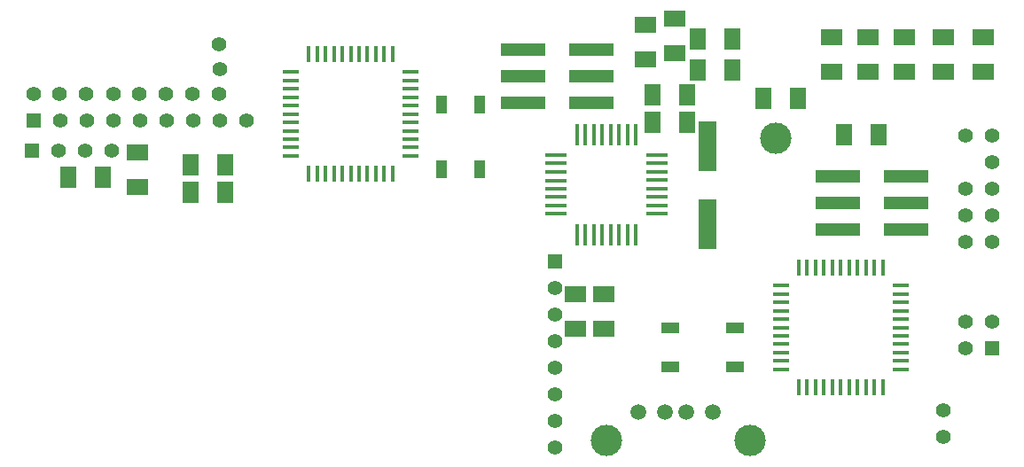
<source format=gbs>
G04 (created by PCBNEW (2013-may-18)-stable) date Sat Feb 17 15:52:48 2018*
%MOIN*%
G04 Gerber Fmt 3.4, Leading zero omitted, Abs format*
%FSLAX34Y34*%
G01*
G70*
G90*
G04 APERTURE LIST*
%ADD10C,0.00590551*%
%ADD11R,0.06X0.016*%
%ADD12R,0.016X0.06*%
%ADD13R,0.0177X0.0787*%
%ADD14R,0.0787X0.0177*%
%ADD15C,0.055*%
%ADD16R,0.0708661X0.0433071*%
%ADD17R,0.0433071X0.0708661*%
%ADD18R,0.06X0.08*%
%ADD19R,0.08X0.06*%
%ADD20R,0.055X0.055*%
%ADD21R,0.166929X0.05*%
%ADD22R,0.0708661X0.188976*%
%ADD23C,0.0591*%
%ADD24C,0.1181*%
G04 APERTURE END LIST*
G54D10*
G54D11*
X104868Y-58562D03*
X104868Y-58877D03*
X104868Y-59192D03*
X104868Y-59507D03*
X104868Y-59822D03*
X104868Y-60137D03*
X104868Y-58247D03*
X104868Y-57932D03*
X104868Y-57617D03*
X104868Y-57302D03*
X104868Y-56987D03*
X100368Y-58562D03*
X100368Y-58877D03*
X100368Y-59192D03*
X100368Y-59507D03*
X100368Y-59822D03*
X100368Y-60137D03*
X100368Y-58247D03*
X100368Y-57932D03*
X100368Y-57617D03*
X100368Y-57302D03*
X100368Y-56987D03*
G54D12*
X102618Y-60812D03*
X102618Y-56312D03*
X102303Y-60812D03*
X102303Y-56312D03*
X101988Y-56312D03*
X101988Y-60812D03*
X101673Y-60812D03*
X101673Y-56312D03*
X101358Y-56312D03*
X101358Y-60812D03*
X101043Y-60812D03*
X101043Y-56312D03*
X102933Y-56312D03*
X102933Y-60812D03*
X103248Y-60812D03*
X103248Y-56312D03*
X103563Y-56312D03*
X103563Y-60812D03*
X103878Y-60812D03*
X103878Y-56312D03*
X104193Y-56312D03*
X104193Y-60812D03*
X84192Y-48281D03*
X84507Y-48281D03*
X84822Y-48281D03*
X85137Y-48281D03*
X85452Y-48281D03*
X85767Y-48281D03*
X83877Y-48281D03*
X83562Y-48281D03*
X83247Y-48281D03*
X82932Y-48281D03*
X82617Y-48281D03*
X84192Y-52781D03*
X84507Y-52781D03*
X84822Y-52781D03*
X85137Y-52781D03*
X85452Y-52781D03*
X85767Y-52781D03*
X83877Y-52781D03*
X83562Y-52781D03*
X83247Y-52781D03*
X82932Y-52781D03*
X82617Y-52781D03*
G54D11*
X86442Y-50531D03*
X81942Y-50531D03*
X86442Y-50846D03*
X81942Y-50846D03*
X81942Y-51161D03*
X86442Y-51161D03*
X86442Y-51476D03*
X81942Y-51476D03*
X81942Y-51791D03*
X86442Y-51791D03*
X86442Y-52106D03*
X81942Y-52106D03*
X81942Y-50216D03*
X86442Y-50216D03*
X86442Y-49901D03*
X81942Y-49901D03*
X81942Y-49586D03*
X86442Y-49586D03*
X86442Y-49271D03*
X81942Y-49271D03*
X81942Y-48956D03*
X86442Y-48956D03*
G54D13*
X92706Y-55065D03*
X93021Y-55065D03*
X93336Y-55065D03*
X93651Y-55065D03*
X93966Y-55065D03*
X94281Y-55065D03*
X94596Y-55065D03*
X94911Y-55065D03*
X94909Y-51299D03*
X92699Y-51299D03*
X93019Y-51299D03*
X93339Y-51299D03*
X93649Y-51299D03*
X93969Y-51299D03*
X94279Y-51299D03*
X94599Y-51299D03*
G54D14*
X95699Y-54281D03*
X95699Y-53967D03*
X95699Y-53651D03*
X95699Y-53337D03*
X95699Y-53021D03*
X95699Y-52707D03*
X95699Y-52391D03*
X95699Y-52077D03*
X91919Y-54279D03*
X91919Y-53969D03*
X91919Y-53649D03*
X91919Y-53339D03*
X91919Y-53029D03*
X91919Y-52709D03*
X91919Y-52389D03*
X91919Y-52069D03*
G54D15*
X106476Y-62685D03*
X106476Y-61685D03*
G54D16*
X96201Y-60031D03*
X98641Y-60031D03*
X96201Y-58591D03*
X98641Y-58591D03*
G54D17*
X87606Y-50177D03*
X87606Y-52617D03*
X89046Y-50177D03*
X89046Y-52617D03*
G54D18*
X98543Y-48877D03*
X97243Y-48877D03*
X99724Y-49940D03*
X101024Y-49940D03*
X104055Y-51318D03*
X102755Y-51318D03*
G54D19*
X107972Y-47637D03*
X107972Y-48937D03*
X102263Y-47637D03*
X102263Y-48937D03*
X103641Y-47637D03*
X103641Y-48937D03*
X106476Y-47637D03*
X106476Y-48937D03*
X105019Y-48937D03*
X105019Y-47637D03*
G54D20*
X108314Y-59346D03*
G54D15*
X107314Y-59346D03*
X108314Y-58346D03*
X107314Y-58346D03*
X108314Y-55346D03*
X107314Y-55346D03*
X108314Y-54346D03*
X107314Y-54346D03*
X108314Y-53346D03*
X107314Y-53346D03*
X108314Y-52346D03*
X108314Y-51346D03*
X107314Y-51346D03*
G54D21*
X90668Y-50114D03*
X93228Y-50114D03*
X90668Y-49114D03*
X93228Y-49114D03*
X90668Y-48114D03*
X93228Y-48114D03*
X102519Y-54877D03*
X105079Y-54877D03*
X102519Y-53877D03*
X105079Y-53877D03*
X102519Y-52877D03*
X105079Y-52877D03*
G54D20*
X91870Y-56086D03*
G54D15*
X91870Y-57086D03*
X91870Y-58086D03*
X91870Y-59086D03*
X91870Y-60086D03*
X91870Y-61086D03*
X91870Y-62086D03*
X91870Y-63086D03*
G54D20*
X72200Y-51909D03*
G54D15*
X73200Y-51909D03*
X74200Y-51909D03*
X75200Y-51909D03*
G54D22*
X97598Y-54668D03*
X97598Y-51748D03*
G54D23*
X94997Y-61751D03*
X95997Y-61751D03*
X96797Y-61751D03*
X97797Y-61751D03*
G54D24*
X93797Y-62801D03*
X99197Y-62801D03*
X100177Y-51437D03*
G54D18*
X74882Y-52913D03*
X73582Y-52913D03*
G54D19*
X76181Y-51968D03*
X76181Y-53268D03*
X93720Y-57322D03*
X93720Y-58622D03*
X92637Y-57302D03*
X92637Y-58602D03*
G54D18*
X98543Y-47716D03*
X97243Y-47716D03*
X78188Y-53464D03*
X79488Y-53464D03*
X78188Y-52440D03*
X79488Y-52440D03*
X96831Y-49822D03*
X95531Y-49822D03*
X96850Y-50846D03*
X95550Y-50846D03*
G54D19*
X96377Y-48248D03*
X96377Y-46948D03*
X95275Y-48464D03*
X95275Y-47164D03*
G54D20*
X72266Y-50769D03*
G54D15*
X73266Y-50769D03*
X74266Y-50769D03*
X75266Y-50769D03*
X76266Y-50769D03*
X77266Y-50769D03*
X78266Y-50769D03*
X79266Y-50769D03*
X80266Y-50769D03*
X79256Y-49767D03*
X79266Y-48857D03*
X79256Y-47917D03*
X72266Y-49775D03*
X73226Y-49775D03*
X74236Y-49775D03*
X75266Y-49775D03*
X76256Y-49787D03*
X77256Y-49775D03*
X78246Y-49775D03*
M02*

</source>
